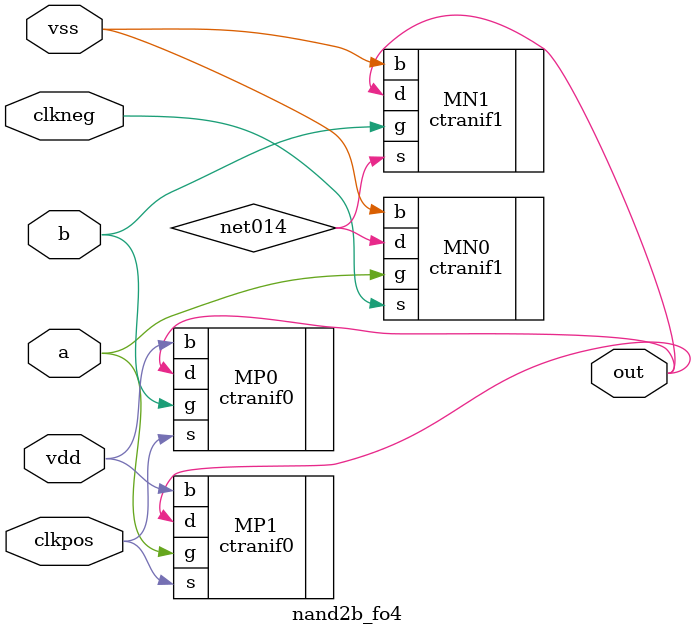
<source format=sv>

`timescale 1ns / 1ns 

module nand2b_fo4 ( out, a, b, clkneg, clkpos, vdd, vss );

output  out;

input  a, b, clkneg, clkpos, vdd, vss;


specify 
    specparam CDS_LIBNAME  = "MIPS25";
    specparam CDS_CELLNAME = "nand2b_fo4";
    specparam CDS_VIEWNAME = "schematic";
endspecify

ctranif1  MN0 ( .b(vss), .d(net014), .g(a), .s(clkneg));
ctranif1  MN1 ( .b(vss), .d(out), .g(b), .s(net014));
ctranif0  MP0 ( .b(vdd), .s(clkpos), .g(b), .d(out));
ctranif0  MP1 ( .b(vdd), .s(clkpos), .g(a), .d(out));

endmodule

</source>
